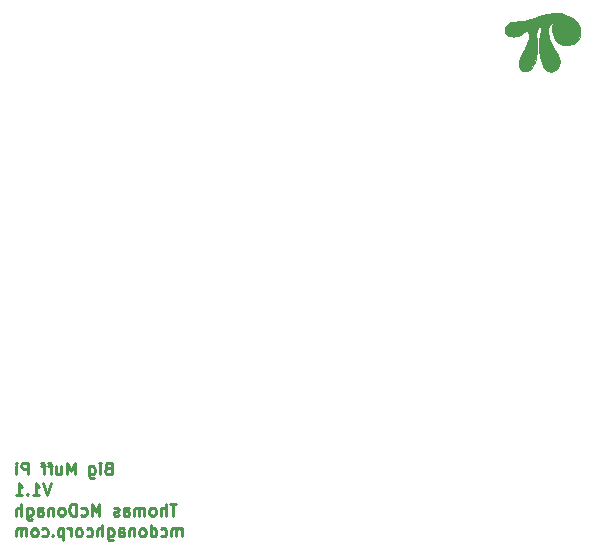
<source format=gbr>
%TF.GenerationSoftware,KiCad,Pcbnew,(5.1.6)-1*%
%TF.CreationDate,2020-10-27T15:42:11-05:00*%
%TF.ProjectId,MuffPi3PDT,4d756666-5069-4335-9044-542e6b696361,rev?*%
%TF.SameCoordinates,Original*%
%TF.FileFunction,Legend,Bot*%
%TF.FilePolarity,Positive*%
%FSLAX46Y46*%
G04 Gerber Fmt 4.6, Leading zero omitted, Abs format (unit mm)*
G04 Created by KiCad (PCBNEW (5.1.6)-1) date 2020-10-27 15:42:11*
%MOMM*%
%LPD*%
G01*
G04 APERTURE LIST*
%ADD10C,0.250000*%
%ADD11C,0.010000*%
G04 APERTURE END LIST*
D10*
X112302500Y-102713571D02*
X112159642Y-102761190D01*
X112112023Y-102808809D01*
X112064404Y-102904047D01*
X112064404Y-103046904D01*
X112112023Y-103142142D01*
X112159642Y-103189761D01*
X112254880Y-103237380D01*
X112635833Y-103237380D01*
X112635833Y-102237380D01*
X112302500Y-102237380D01*
X112207261Y-102285000D01*
X112159642Y-102332619D01*
X112112023Y-102427857D01*
X112112023Y-102523095D01*
X112159642Y-102618333D01*
X112207261Y-102665952D01*
X112302500Y-102713571D01*
X112635833Y-102713571D01*
X111635833Y-103237380D02*
X111635833Y-102570714D01*
X111635833Y-102237380D02*
X111683452Y-102285000D01*
X111635833Y-102332619D01*
X111588214Y-102285000D01*
X111635833Y-102237380D01*
X111635833Y-102332619D01*
X110731071Y-102570714D02*
X110731071Y-103380238D01*
X110778690Y-103475476D01*
X110826309Y-103523095D01*
X110921547Y-103570714D01*
X111064404Y-103570714D01*
X111159642Y-103523095D01*
X110731071Y-103189761D02*
X110826309Y-103237380D01*
X111016785Y-103237380D01*
X111112023Y-103189761D01*
X111159642Y-103142142D01*
X111207261Y-103046904D01*
X111207261Y-102761190D01*
X111159642Y-102665952D01*
X111112023Y-102618333D01*
X111016785Y-102570714D01*
X110826309Y-102570714D01*
X110731071Y-102618333D01*
X109492976Y-103237380D02*
X109492976Y-102237380D01*
X109159642Y-102951666D01*
X108826309Y-102237380D01*
X108826309Y-103237380D01*
X107921547Y-102570714D02*
X107921547Y-103237380D01*
X108350119Y-102570714D02*
X108350119Y-103094523D01*
X108302500Y-103189761D01*
X108207261Y-103237380D01*
X108064404Y-103237380D01*
X107969166Y-103189761D01*
X107921547Y-103142142D01*
X107588214Y-102570714D02*
X107207261Y-102570714D01*
X107445357Y-103237380D02*
X107445357Y-102380238D01*
X107397738Y-102285000D01*
X107302500Y-102237380D01*
X107207261Y-102237380D01*
X107016785Y-102570714D02*
X106635833Y-102570714D01*
X106873928Y-103237380D02*
X106873928Y-102380238D01*
X106826309Y-102285000D01*
X106731071Y-102237380D01*
X106635833Y-102237380D01*
X105540595Y-103237380D02*
X105540595Y-102237380D01*
X105159642Y-102237380D01*
X105064404Y-102285000D01*
X105016785Y-102332619D01*
X104969166Y-102427857D01*
X104969166Y-102570714D01*
X105016785Y-102665952D01*
X105064404Y-102713571D01*
X105159642Y-102761190D01*
X105540595Y-102761190D01*
X104540595Y-103237380D02*
X104540595Y-102570714D01*
X104540595Y-102237380D02*
X104588214Y-102285000D01*
X104540595Y-102332619D01*
X104492976Y-102285000D01*
X104540595Y-102237380D01*
X104540595Y-102332619D01*
X107445357Y-103987380D02*
X107112023Y-104987380D01*
X106778690Y-103987380D01*
X105921547Y-104987380D02*
X106492976Y-104987380D01*
X106207261Y-104987380D02*
X106207261Y-103987380D01*
X106302500Y-104130238D01*
X106397738Y-104225476D01*
X106492976Y-104273095D01*
X105492976Y-104892142D02*
X105445357Y-104939761D01*
X105492976Y-104987380D01*
X105540595Y-104939761D01*
X105492976Y-104892142D01*
X105492976Y-104987380D01*
X104492976Y-104987380D02*
X105064404Y-104987380D01*
X104778690Y-104987380D02*
X104778690Y-103987380D01*
X104873928Y-104130238D01*
X104969166Y-104225476D01*
X105064404Y-104273095D01*
X118112023Y-105737380D02*
X117540595Y-105737380D01*
X117826309Y-106737380D02*
X117826309Y-105737380D01*
X117207261Y-106737380D02*
X117207261Y-105737380D01*
X116778690Y-106737380D02*
X116778690Y-106213571D01*
X116826309Y-106118333D01*
X116921547Y-106070714D01*
X117064404Y-106070714D01*
X117159642Y-106118333D01*
X117207261Y-106165952D01*
X116159642Y-106737380D02*
X116254880Y-106689761D01*
X116302500Y-106642142D01*
X116350119Y-106546904D01*
X116350119Y-106261190D01*
X116302500Y-106165952D01*
X116254880Y-106118333D01*
X116159642Y-106070714D01*
X116016785Y-106070714D01*
X115921547Y-106118333D01*
X115873928Y-106165952D01*
X115826309Y-106261190D01*
X115826309Y-106546904D01*
X115873928Y-106642142D01*
X115921547Y-106689761D01*
X116016785Y-106737380D01*
X116159642Y-106737380D01*
X115397738Y-106737380D02*
X115397738Y-106070714D01*
X115397738Y-106165952D02*
X115350119Y-106118333D01*
X115254880Y-106070714D01*
X115112023Y-106070714D01*
X115016785Y-106118333D01*
X114969166Y-106213571D01*
X114969166Y-106737380D01*
X114969166Y-106213571D02*
X114921547Y-106118333D01*
X114826309Y-106070714D01*
X114683452Y-106070714D01*
X114588214Y-106118333D01*
X114540595Y-106213571D01*
X114540595Y-106737380D01*
X113635833Y-106737380D02*
X113635833Y-106213571D01*
X113683452Y-106118333D01*
X113778690Y-106070714D01*
X113969166Y-106070714D01*
X114064404Y-106118333D01*
X113635833Y-106689761D02*
X113731071Y-106737380D01*
X113969166Y-106737380D01*
X114064404Y-106689761D01*
X114112023Y-106594523D01*
X114112023Y-106499285D01*
X114064404Y-106404047D01*
X113969166Y-106356428D01*
X113731071Y-106356428D01*
X113635833Y-106308809D01*
X113207261Y-106689761D02*
X113112023Y-106737380D01*
X112921547Y-106737380D01*
X112826309Y-106689761D01*
X112778690Y-106594523D01*
X112778690Y-106546904D01*
X112826309Y-106451666D01*
X112921547Y-106404047D01*
X113064404Y-106404047D01*
X113159642Y-106356428D01*
X113207261Y-106261190D01*
X113207261Y-106213571D01*
X113159642Y-106118333D01*
X113064404Y-106070714D01*
X112921547Y-106070714D01*
X112826309Y-106118333D01*
X111588214Y-106737380D02*
X111588214Y-105737380D01*
X111254880Y-106451666D01*
X110921547Y-105737380D01*
X110921547Y-106737380D01*
X110016785Y-106689761D02*
X110112023Y-106737380D01*
X110302500Y-106737380D01*
X110397738Y-106689761D01*
X110445357Y-106642142D01*
X110492976Y-106546904D01*
X110492976Y-106261190D01*
X110445357Y-106165952D01*
X110397738Y-106118333D01*
X110302500Y-106070714D01*
X110112023Y-106070714D01*
X110016785Y-106118333D01*
X109588214Y-106737380D02*
X109588214Y-105737380D01*
X109350119Y-105737380D01*
X109207261Y-105785000D01*
X109112023Y-105880238D01*
X109064404Y-105975476D01*
X109016785Y-106165952D01*
X109016785Y-106308809D01*
X109064404Y-106499285D01*
X109112023Y-106594523D01*
X109207261Y-106689761D01*
X109350119Y-106737380D01*
X109588214Y-106737380D01*
X108445357Y-106737380D02*
X108540595Y-106689761D01*
X108588214Y-106642142D01*
X108635833Y-106546904D01*
X108635833Y-106261190D01*
X108588214Y-106165952D01*
X108540595Y-106118333D01*
X108445357Y-106070714D01*
X108302500Y-106070714D01*
X108207261Y-106118333D01*
X108159642Y-106165952D01*
X108112023Y-106261190D01*
X108112023Y-106546904D01*
X108159642Y-106642142D01*
X108207261Y-106689761D01*
X108302500Y-106737380D01*
X108445357Y-106737380D01*
X107683452Y-106070714D02*
X107683452Y-106737380D01*
X107683452Y-106165952D02*
X107635833Y-106118333D01*
X107540595Y-106070714D01*
X107397738Y-106070714D01*
X107302500Y-106118333D01*
X107254880Y-106213571D01*
X107254880Y-106737380D01*
X106350119Y-106737380D02*
X106350119Y-106213571D01*
X106397738Y-106118333D01*
X106492976Y-106070714D01*
X106683452Y-106070714D01*
X106778690Y-106118333D01*
X106350119Y-106689761D02*
X106445357Y-106737380D01*
X106683452Y-106737380D01*
X106778690Y-106689761D01*
X106826309Y-106594523D01*
X106826309Y-106499285D01*
X106778690Y-106404047D01*
X106683452Y-106356428D01*
X106445357Y-106356428D01*
X106350119Y-106308809D01*
X105445357Y-106070714D02*
X105445357Y-106880238D01*
X105492976Y-106975476D01*
X105540595Y-107023095D01*
X105635833Y-107070714D01*
X105778690Y-107070714D01*
X105873928Y-107023095D01*
X105445357Y-106689761D02*
X105540595Y-106737380D01*
X105731071Y-106737380D01*
X105826309Y-106689761D01*
X105873928Y-106642142D01*
X105921547Y-106546904D01*
X105921547Y-106261190D01*
X105873928Y-106165952D01*
X105826309Y-106118333D01*
X105731071Y-106070714D01*
X105540595Y-106070714D01*
X105445357Y-106118333D01*
X104969166Y-106737380D02*
X104969166Y-105737380D01*
X104540595Y-106737380D02*
X104540595Y-106213571D01*
X104588214Y-106118333D01*
X104683452Y-106070714D01*
X104826309Y-106070714D01*
X104921547Y-106118333D01*
X104969166Y-106165952D01*
X118540595Y-108487380D02*
X118540595Y-107820714D01*
X118540595Y-107915952D02*
X118492976Y-107868333D01*
X118397738Y-107820714D01*
X118254880Y-107820714D01*
X118159642Y-107868333D01*
X118112023Y-107963571D01*
X118112023Y-108487380D01*
X118112023Y-107963571D02*
X118064404Y-107868333D01*
X117969166Y-107820714D01*
X117826309Y-107820714D01*
X117731071Y-107868333D01*
X117683452Y-107963571D01*
X117683452Y-108487380D01*
X116778690Y-108439761D02*
X116873928Y-108487380D01*
X117064404Y-108487380D01*
X117159642Y-108439761D01*
X117207261Y-108392142D01*
X117254880Y-108296904D01*
X117254880Y-108011190D01*
X117207261Y-107915952D01*
X117159642Y-107868333D01*
X117064404Y-107820714D01*
X116873928Y-107820714D01*
X116778690Y-107868333D01*
X115921547Y-108487380D02*
X115921547Y-107487380D01*
X115921547Y-108439761D02*
X116016785Y-108487380D01*
X116207261Y-108487380D01*
X116302500Y-108439761D01*
X116350119Y-108392142D01*
X116397738Y-108296904D01*
X116397738Y-108011190D01*
X116350119Y-107915952D01*
X116302500Y-107868333D01*
X116207261Y-107820714D01*
X116016785Y-107820714D01*
X115921547Y-107868333D01*
X115302500Y-108487380D02*
X115397738Y-108439761D01*
X115445357Y-108392142D01*
X115492976Y-108296904D01*
X115492976Y-108011190D01*
X115445357Y-107915952D01*
X115397738Y-107868333D01*
X115302500Y-107820714D01*
X115159642Y-107820714D01*
X115064404Y-107868333D01*
X115016785Y-107915952D01*
X114969166Y-108011190D01*
X114969166Y-108296904D01*
X115016785Y-108392142D01*
X115064404Y-108439761D01*
X115159642Y-108487380D01*
X115302500Y-108487380D01*
X114540595Y-107820714D02*
X114540595Y-108487380D01*
X114540595Y-107915952D02*
X114492976Y-107868333D01*
X114397738Y-107820714D01*
X114254880Y-107820714D01*
X114159642Y-107868333D01*
X114112023Y-107963571D01*
X114112023Y-108487380D01*
X113207261Y-108487380D02*
X113207261Y-107963571D01*
X113254880Y-107868333D01*
X113350119Y-107820714D01*
X113540595Y-107820714D01*
X113635833Y-107868333D01*
X113207261Y-108439761D02*
X113302500Y-108487380D01*
X113540595Y-108487380D01*
X113635833Y-108439761D01*
X113683452Y-108344523D01*
X113683452Y-108249285D01*
X113635833Y-108154047D01*
X113540595Y-108106428D01*
X113302500Y-108106428D01*
X113207261Y-108058809D01*
X112302500Y-107820714D02*
X112302500Y-108630238D01*
X112350119Y-108725476D01*
X112397738Y-108773095D01*
X112492976Y-108820714D01*
X112635833Y-108820714D01*
X112731071Y-108773095D01*
X112302500Y-108439761D02*
X112397738Y-108487380D01*
X112588214Y-108487380D01*
X112683452Y-108439761D01*
X112731071Y-108392142D01*
X112778690Y-108296904D01*
X112778690Y-108011190D01*
X112731071Y-107915952D01*
X112683452Y-107868333D01*
X112588214Y-107820714D01*
X112397738Y-107820714D01*
X112302500Y-107868333D01*
X111826309Y-108487380D02*
X111826309Y-107487380D01*
X111397738Y-108487380D02*
X111397738Y-107963571D01*
X111445357Y-107868333D01*
X111540595Y-107820714D01*
X111683452Y-107820714D01*
X111778690Y-107868333D01*
X111826309Y-107915952D01*
X110492976Y-108439761D02*
X110588214Y-108487380D01*
X110778690Y-108487380D01*
X110873928Y-108439761D01*
X110921547Y-108392142D01*
X110969166Y-108296904D01*
X110969166Y-108011190D01*
X110921547Y-107915952D01*
X110873928Y-107868333D01*
X110778690Y-107820714D01*
X110588214Y-107820714D01*
X110492976Y-107868333D01*
X109921547Y-108487380D02*
X110016785Y-108439761D01*
X110064404Y-108392142D01*
X110112023Y-108296904D01*
X110112023Y-108011190D01*
X110064404Y-107915952D01*
X110016785Y-107868333D01*
X109921547Y-107820714D01*
X109778690Y-107820714D01*
X109683452Y-107868333D01*
X109635833Y-107915952D01*
X109588214Y-108011190D01*
X109588214Y-108296904D01*
X109635833Y-108392142D01*
X109683452Y-108439761D01*
X109778690Y-108487380D01*
X109921547Y-108487380D01*
X109159642Y-108487380D02*
X109159642Y-107820714D01*
X109159642Y-108011190D02*
X109112023Y-107915952D01*
X109064404Y-107868333D01*
X108969166Y-107820714D01*
X108873928Y-107820714D01*
X108540595Y-107820714D02*
X108540595Y-108820714D01*
X108540595Y-107868333D02*
X108445357Y-107820714D01*
X108254880Y-107820714D01*
X108159642Y-107868333D01*
X108112023Y-107915952D01*
X108064404Y-108011190D01*
X108064404Y-108296904D01*
X108112023Y-108392142D01*
X108159642Y-108439761D01*
X108254880Y-108487380D01*
X108445357Y-108487380D01*
X108540595Y-108439761D01*
X107635833Y-108392142D02*
X107588214Y-108439761D01*
X107635833Y-108487380D01*
X107683452Y-108439761D01*
X107635833Y-108392142D01*
X107635833Y-108487380D01*
X106731071Y-108439761D02*
X106826309Y-108487380D01*
X107016785Y-108487380D01*
X107112023Y-108439761D01*
X107159642Y-108392142D01*
X107207261Y-108296904D01*
X107207261Y-108011190D01*
X107159642Y-107915952D01*
X107112023Y-107868333D01*
X107016785Y-107820714D01*
X106826309Y-107820714D01*
X106731071Y-107868333D01*
X106159642Y-108487380D02*
X106254880Y-108439761D01*
X106302500Y-108392142D01*
X106350119Y-108296904D01*
X106350119Y-108011190D01*
X106302500Y-107915952D01*
X106254880Y-107868333D01*
X106159642Y-107820714D01*
X106016785Y-107820714D01*
X105921547Y-107868333D01*
X105873928Y-107915952D01*
X105826309Y-108011190D01*
X105826309Y-108296904D01*
X105873928Y-108392142D01*
X105921547Y-108439761D01*
X106016785Y-108487380D01*
X106159642Y-108487380D01*
X105397738Y-108487380D02*
X105397738Y-107820714D01*
X105397738Y-107915952D02*
X105350119Y-107868333D01*
X105254880Y-107820714D01*
X105112023Y-107820714D01*
X105016785Y-107868333D01*
X104969166Y-107963571D01*
X104969166Y-108487380D01*
X104969166Y-107963571D02*
X104921547Y-107868333D01*
X104826309Y-107820714D01*
X104683452Y-107820714D01*
X104588214Y-107868333D01*
X104540595Y-107963571D01*
X104540595Y-108487380D01*
D11*
%TO.C,G\u002A\u002A\u002A*%
G36*
X149877989Y-64192252D02*
G01*
X149664761Y-64226540D01*
X149427180Y-64281119D01*
X149156817Y-64357631D01*
X148845246Y-64457722D01*
X148506232Y-64575143D01*
X148039721Y-64721176D01*
X147589911Y-64819992D01*
X147136420Y-64875918D01*
X147066000Y-64880928D01*
X146735036Y-64914665D01*
X146462065Y-64970107D01*
X146244954Y-65048533D01*
X146081572Y-65151225D01*
X145969785Y-65279464D01*
X145907461Y-65434532D01*
X145891773Y-65586297D01*
X145920787Y-65768609D01*
X146002986Y-65921789D01*
X146133115Y-66041552D01*
X146305920Y-66123609D01*
X146516148Y-66163676D01*
X146603488Y-66167000D01*
X146821024Y-66153268D01*
X147016557Y-66107624D01*
X147210970Y-66023397D01*
X147394074Y-65914442D01*
X147561847Y-65806978D01*
X147685343Y-65733320D01*
X147771691Y-65689994D01*
X147828018Y-65673523D01*
X147861449Y-65680433D01*
X147866013Y-65684312D01*
X147893244Y-65743207D01*
X147914316Y-65849392D01*
X147928028Y-65986854D01*
X147933180Y-66139577D01*
X147928573Y-66291546D01*
X147918849Y-66389250D01*
X147883686Y-66575091D01*
X147826186Y-66769360D01*
X147742219Y-66982559D01*
X147627658Y-67225187D01*
X147480848Y-67503234D01*
X147316554Y-67823445D01*
X147198056Y-68103045D01*
X147124965Y-68345003D01*
X147096892Y-68552290D01*
X147113449Y-68727875D01*
X147174248Y-68874728D01*
X147278900Y-68995818D01*
X147284919Y-69000949D01*
X147437866Y-69095625D01*
X147598923Y-69128160D01*
X147769741Y-69098559D01*
X147951971Y-69006826D01*
X147958800Y-69002341D01*
X148099574Y-68881759D01*
X148238447Y-68713746D01*
X148365806Y-68513905D01*
X148472038Y-68297836D01*
X148547530Y-68081139D01*
X148561433Y-68024375D01*
X148577057Y-67915561D01*
X148589248Y-67751856D01*
X148597873Y-67541785D01*
X148602803Y-67293872D01*
X148603904Y-67016640D01*
X148601045Y-66718612D01*
X148594096Y-66408314D01*
X148588873Y-66246375D01*
X148584725Y-66029849D01*
X148591585Y-65862834D01*
X148612070Y-65731900D01*
X148648794Y-65623615D01*
X148704372Y-65524547D01*
X148738919Y-65475784D01*
X148808468Y-65396132D01*
X148883417Y-65330264D01*
X148948627Y-65289586D01*
X148988955Y-65285502D01*
X148990137Y-65286553D01*
X148991751Y-65322642D01*
X148983740Y-65408736D01*
X148967571Y-65532315D01*
X148944707Y-65680858D01*
X148942264Y-65695666D01*
X148875745Y-66153722D01*
X148836464Y-66567054D01*
X148823684Y-66947945D01*
X148836669Y-67308679D01*
X148841712Y-67372733D01*
X148885796Y-67778178D01*
X148944731Y-68124490D01*
X149020043Y-68414621D01*
X149113258Y-68651527D01*
X149225905Y-68838159D01*
X149359508Y-68977472D01*
X149515595Y-69072419D01*
X149695693Y-69125952D01*
X149752207Y-69134104D01*
X149913256Y-69133754D01*
X150026400Y-69107899D01*
X150197502Y-69025056D01*
X150328213Y-68913361D01*
X150427014Y-68762477D01*
X150502383Y-68562067D01*
X150516662Y-68510305D01*
X150546419Y-68381344D01*
X150556000Y-68281875D01*
X150546721Y-68181637D01*
X150533884Y-68114395D01*
X150488804Y-67954298D01*
X150413974Y-67766923D01*
X150306649Y-67546555D01*
X150164082Y-67287478D01*
X150018648Y-67041634D01*
X149868806Y-66782469D01*
X149756200Y-66556740D01*
X149675940Y-66350367D01*
X149623139Y-66149266D01*
X149592910Y-65939358D01*
X149582818Y-65786000D01*
X149577642Y-65633856D01*
X149578781Y-65527232D01*
X149588916Y-65448248D01*
X149610726Y-65379027D01*
X149646895Y-65301693D01*
X149658990Y-65278033D01*
X149735146Y-65159544D01*
X149827670Y-65058233D01*
X149922049Y-64987440D01*
X150003771Y-64960502D01*
X150004463Y-64960500D01*
X150025867Y-64972922D01*
X150023932Y-65019120D01*
X150002852Y-65098173D01*
X149945569Y-65380058D01*
X149939425Y-65661982D01*
X149981126Y-65935186D01*
X150067378Y-66190910D01*
X150194887Y-66420395D01*
X150360358Y-66614883D01*
X150560499Y-66765613D01*
X150646775Y-66810433D01*
X150792810Y-66855179D01*
X150978456Y-66879759D01*
X151183129Y-66884227D01*
X151386245Y-66868634D01*
X151567221Y-66833035D01*
X151642671Y-66807871D01*
X151862944Y-66689037D01*
X152040078Y-66530058D01*
X152172986Y-66338370D01*
X152260581Y-66121408D01*
X152301776Y-65886608D01*
X152295483Y-65641406D01*
X152240617Y-65393236D01*
X152136090Y-65149535D01*
X151980814Y-64917739D01*
X151928031Y-64855910D01*
X151737065Y-64682748D01*
X151495349Y-64526659D01*
X151214517Y-64392871D01*
X150906203Y-64286608D01*
X150582042Y-64213097D01*
X150455823Y-64194676D01*
X150265093Y-64177964D01*
X150075290Y-64176608D01*
X149877989Y-64192252D01*
G37*
X149877989Y-64192252D02*
X149664761Y-64226540D01*
X149427180Y-64281119D01*
X149156817Y-64357631D01*
X148845246Y-64457722D01*
X148506232Y-64575143D01*
X148039721Y-64721176D01*
X147589911Y-64819992D01*
X147136420Y-64875918D01*
X147066000Y-64880928D01*
X146735036Y-64914665D01*
X146462065Y-64970107D01*
X146244954Y-65048533D01*
X146081572Y-65151225D01*
X145969785Y-65279464D01*
X145907461Y-65434532D01*
X145891773Y-65586297D01*
X145920787Y-65768609D01*
X146002986Y-65921789D01*
X146133115Y-66041552D01*
X146305920Y-66123609D01*
X146516148Y-66163676D01*
X146603488Y-66167000D01*
X146821024Y-66153268D01*
X147016557Y-66107624D01*
X147210970Y-66023397D01*
X147394074Y-65914442D01*
X147561847Y-65806978D01*
X147685343Y-65733320D01*
X147771691Y-65689994D01*
X147828018Y-65673523D01*
X147861449Y-65680433D01*
X147866013Y-65684312D01*
X147893244Y-65743207D01*
X147914316Y-65849392D01*
X147928028Y-65986854D01*
X147933180Y-66139577D01*
X147928573Y-66291546D01*
X147918849Y-66389250D01*
X147883686Y-66575091D01*
X147826186Y-66769360D01*
X147742219Y-66982559D01*
X147627658Y-67225187D01*
X147480848Y-67503234D01*
X147316554Y-67823445D01*
X147198056Y-68103045D01*
X147124965Y-68345003D01*
X147096892Y-68552290D01*
X147113449Y-68727875D01*
X147174248Y-68874728D01*
X147278900Y-68995818D01*
X147284919Y-69000949D01*
X147437866Y-69095625D01*
X147598923Y-69128160D01*
X147769741Y-69098559D01*
X147951971Y-69006826D01*
X147958800Y-69002341D01*
X148099574Y-68881759D01*
X148238447Y-68713746D01*
X148365806Y-68513905D01*
X148472038Y-68297836D01*
X148547530Y-68081139D01*
X148561433Y-68024375D01*
X148577057Y-67915561D01*
X148589248Y-67751856D01*
X148597873Y-67541785D01*
X148602803Y-67293872D01*
X148603904Y-67016640D01*
X148601045Y-66718612D01*
X148594096Y-66408314D01*
X148588873Y-66246375D01*
X148584725Y-66029849D01*
X148591585Y-65862834D01*
X148612070Y-65731900D01*
X148648794Y-65623615D01*
X148704372Y-65524547D01*
X148738919Y-65475784D01*
X148808468Y-65396132D01*
X148883417Y-65330264D01*
X148948627Y-65289586D01*
X148988955Y-65285502D01*
X148990137Y-65286553D01*
X148991751Y-65322642D01*
X148983740Y-65408736D01*
X148967571Y-65532315D01*
X148944707Y-65680858D01*
X148942264Y-65695666D01*
X148875745Y-66153722D01*
X148836464Y-66567054D01*
X148823684Y-66947945D01*
X148836669Y-67308679D01*
X148841712Y-67372733D01*
X148885796Y-67778178D01*
X148944731Y-68124490D01*
X149020043Y-68414621D01*
X149113258Y-68651527D01*
X149225905Y-68838159D01*
X149359508Y-68977472D01*
X149515595Y-69072419D01*
X149695693Y-69125952D01*
X149752207Y-69134104D01*
X149913256Y-69133754D01*
X150026400Y-69107899D01*
X150197502Y-69025056D01*
X150328213Y-68913361D01*
X150427014Y-68762477D01*
X150502383Y-68562067D01*
X150516662Y-68510305D01*
X150546419Y-68381344D01*
X150556000Y-68281875D01*
X150546721Y-68181637D01*
X150533884Y-68114395D01*
X150488804Y-67954298D01*
X150413974Y-67766923D01*
X150306649Y-67546555D01*
X150164082Y-67287478D01*
X150018648Y-67041634D01*
X149868806Y-66782469D01*
X149756200Y-66556740D01*
X149675940Y-66350367D01*
X149623139Y-66149266D01*
X149592910Y-65939358D01*
X149582818Y-65786000D01*
X149577642Y-65633856D01*
X149578781Y-65527232D01*
X149588916Y-65448248D01*
X149610726Y-65379027D01*
X149646895Y-65301693D01*
X149658990Y-65278033D01*
X149735146Y-65159544D01*
X149827670Y-65058233D01*
X149922049Y-64987440D01*
X150003771Y-64960502D01*
X150004463Y-64960500D01*
X150025867Y-64972922D01*
X150023932Y-65019120D01*
X150002852Y-65098173D01*
X149945569Y-65380058D01*
X149939425Y-65661982D01*
X149981126Y-65935186D01*
X150067378Y-66190910D01*
X150194887Y-66420395D01*
X150360358Y-66614883D01*
X150560499Y-66765613D01*
X150646775Y-66810433D01*
X150792810Y-66855179D01*
X150978456Y-66879759D01*
X151183129Y-66884227D01*
X151386245Y-66868634D01*
X151567221Y-66833035D01*
X151642671Y-66807871D01*
X151862944Y-66689037D01*
X152040078Y-66530058D01*
X152172986Y-66338370D01*
X152260581Y-66121408D01*
X152301776Y-65886608D01*
X152295483Y-65641406D01*
X152240617Y-65393236D01*
X152136090Y-65149535D01*
X151980814Y-64917739D01*
X151928031Y-64855910D01*
X151737065Y-64682748D01*
X151495349Y-64526659D01*
X151214517Y-64392871D01*
X150906203Y-64286608D01*
X150582042Y-64213097D01*
X150455823Y-64194676D01*
X150265093Y-64177964D01*
X150075290Y-64176608D01*
X149877989Y-64192252D01*
%TD*%
M02*

</source>
